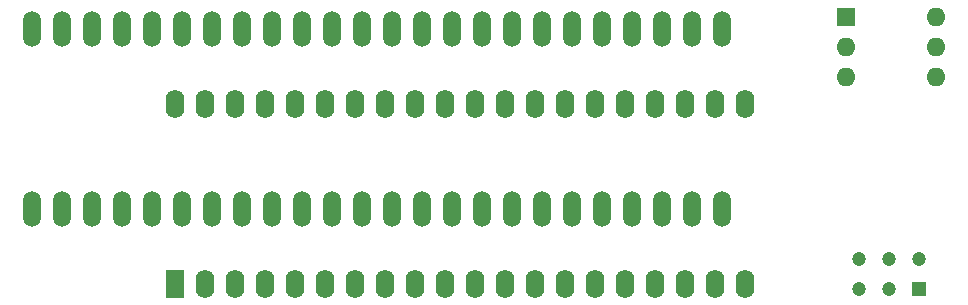
<source format=gbr>
%TF.GenerationSoftware,KiCad,Pcbnew,5.1.10*%
%TF.CreationDate,2022-01-31T09:35:24+01:00*%
%TF.ProjectId,27C160_Adapter,32374331-3630-45f4-9164-61707465722e,1.1SMD*%
%TF.SameCoordinates,Original*%
%TF.FileFunction,Soldermask,Top*%
%TF.FilePolarity,Negative*%
%FSLAX46Y46*%
G04 Gerber Fmt 4.6, Leading zero omitted, Abs format (unit mm)*
G04 Created by KiCad (PCBNEW 5.1.10) date 2022-01-31 09:35:24*
%MOMM*%
%LPD*%
G01*
G04 APERTURE LIST*
%ADD10O,1.506220X3.014980*%
%ADD11O,1.600000X2.400000*%
%ADD12R,1.600000X2.400000*%
%ADD13C,1.200000*%
%ADD14R,1.200000X1.200000*%
%ADD15O,1.600000X1.600000*%
%ADD16R,1.600000X1.600000*%
G04 APERTURE END LIST*
D10*
%TO.C,ZX1*%
X118021100Y-88493600D03*
X120561100Y-88493600D03*
X123101100Y-88493600D03*
X125641100Y-88493600D03*
X128181100Y-88493600D03*
X130721100Y-88493600D03*
X133261100Y-88493600D03*
X135801100Y-88493600D03*
X138341100Y-88493600D03*
X140881100Y-88493600D03*
X143421100Y-88493600D03*
X145961100Y-88493600D03*
X148501100Y-88493600D03*
X151041100Y-88493600D03*
X153581100Y-88493600D03*
X156121100Y-88493600D03*
X158661100Y-88493600D03*
X161201100Y-88493600D03*
X163741100Y-88493600D03*
X166281100Y-88493600D03*
X168821100Y-88493600D03*
X171361100Y-88493600D03*
X173901100Y-88493600D03*
X176441100Y-88493600D03*
X176441100Y-103733600D03*
X173901100Y-103733600D03*
X171361100Y-103733600D03*
X168821100Y-103733600D03*
X166281100Y-103733600D03*
X163741100Y-103733600D03*
X161201100Y-103733600D03*
X158661100Y-103733600D03*
X156121100Y-103733600D03*
X153581100Y-103733600D03*
X151041100Y-103733600D03*
X148501100Y-103733600D03*
X145961100Y-103733600D03*
X143421100Y-103733600D03*
X140881100Y-103733600D03*
X138341100Y-103733600D03*
X135801100Y-103733600D03*
X133261100Y-103733600D03*
X130721100Y-103733600D03*
X128181100Y-103733600D03*
X125641100Y-103733600D03*
X123101100Y-103733600D03*
X120561100Y-103733600D03*
X118021100Y-103733600D03*
%TD*%
D11*
%TO.C,U1*%
X130110000Y-94790000D03*
X178370000Y-110030000D03*
X132650000Y-94790000D03*
X175830000Y-110030000D03*
X135190000Y-94790000D03*
X173290000Y-110030000D03*
X137730000Y-94790000D03*
X170750000Y-110030000D03*
X140270000Y-94790000D03*
X168210000Y-110030000D03*
X142810000Y-94790000D03*
X165670000Y-110030000D03*
X145350000Y-94790000D03*
X163130000Y-110030000D03*
X147890000Y-94790000D03*
X160590000Y-110030000D03*
X150430000Y-94790000D03*
X158050000Y-110030000D03*
X152970000Y-94790000D03*
X155510000Y-110030000D03*
X155510000Y-94790000D03*
X152970000Y-110030000D03*
X158050000Y-94790000D03*
X150430000Y-110030000D03*
X160590000Y-94790000D03*
X147890000Y-110030000D03*
X163130000Y-94790000D03*
X145350000Y-110030000D03*
X165670000Y-94790000D03*
X142810000Y-110030000D03*
X168210000Y-94790000D03*
X140270000Y-110030000D03*
X170750000Y-94790000D03*
X137730000Y-110030000D03*
X173290000Y-94790000D03*
X135190000Y-110030000D03*
X175830000Y-94790000D03*
X132650000Y-110030000D03*
X178370000Y-94790000D03*
D12*
X130110000Y-110030000D03*
%TD*%
D13*
%TO.C,SW1*%
X188060000Y-107940000D03*
X188060000Y-110480000D03*
X190600000Y-107940000D03*
X190600000Y-110480000D03*
X193140000Y-107940000D03*
D14*
X193140000Y-110480000D03*
%TD*%
D15*
%TO.C,SW2*%
X194560000Y-87440000D03*
X186940000Y-92520000D03*
X194560000Y-89980000D03*
X186940000Y-89980000D03*
X194560000Y-92520000D03*
D16*
X186940000Y-87440000D03*
%TD*%
M02*

</source>
